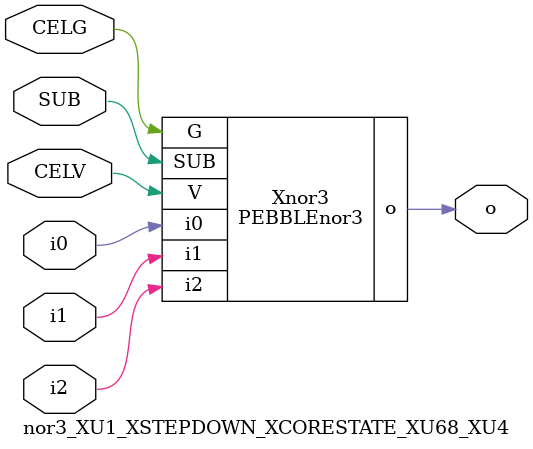
<source format=v>



module PEBBLEnor3 ( o, G, SUB, V, i0, i1, i2 );

  input i0;
  input V;
  input i2;
  input i1;
  input G;
  output o;
  input SUB;
endmodule

//Celera Confidential Do Not Copy nor3_XU1_XSTEPDOWN_XCORESTATE_XU68_XU4
//Celera Confidential Symbol Generator
//NOR3
module nor3_XU1_XSTEPDOWN_XCORESTATE_XU68_XU4 (CELV,CELG,i0,i1,i2,o,SUB);
input CELV;
input CELG;
input i0;
input i1;
input i2;
input SUB;
output o;

//Celera Confidential Do Not Copy nor3
PEBBLEnor3 Xnor3(
.V (CELV),
.i0 (i0),
.i1 (i1),
.i2 (i2),
.o (o),
.SUB (SUB),
.G (CELG)
);
//,diesize,PEBBLEnor3

//Celera Confidential Do Not Copy Module End
//Celera Schematic Generator
endmodule

</source>
